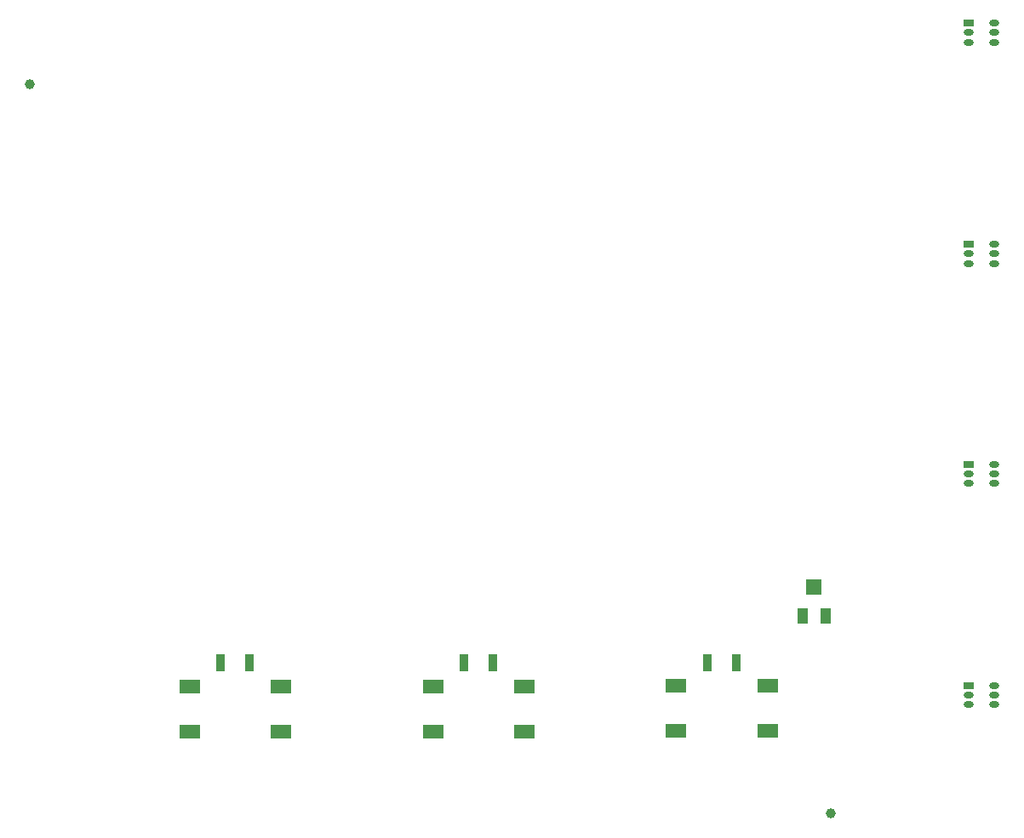
<source format=gtp>
G04*
G04 #@! TF.GenerationSoftware,Altium Limited,Altium Designer,21.4.1 (30)*
G04*
G04 Layer_Color=8421504*
%FSLAX24Y24*%
%MOIN*%
G70*
G04*
G04 #@! TF.SameCoordinates,136769D1-9CB9-4328-8E5A-620BB88F4A60*
G04*
G04*
G04 #@! TF.FilePolarity,Positive*
G04*
G01*
G75*
%ADD15R,0.0354X0.0669*%
%ADD16R,0.0827X0.0551*%
%ADD17R,0.0394X0.0276*%
%ADD18O,0.0394X0.0276*%
%ADD19R,0.0630X0.0630*%
%ADD20R,0.0433X0.0630*%
%ADD21C,0.0394*%
D15*
X8749Y5886D02*
D03*
X7607D02*
D03*
X17137D02*
D03*
X18279D02*
D03*
X27809D02*
D03*
X26667D02*
D03*
D16*
X25447Y4980D02*
D03*
Y3209D02*
D03*
X29030Y4980D02*
D03*
Y3209D02*
D03*
X19499Y3179D02*
D03*
Y4951D02*
D03*
X15917Y3179D02*
D03*
Y4951D02*
D03*
X6386Y4951D02*
D03*
Y3179D02*
D03*
X9969Y4951D02*
D03*
Y3179D02*
D03*
D17*
X36890Y22281D02*
D03*
Y30947D02*
D03*
Y13656D02*
D03*
Y4990D02*
D03*
D18*
Y21907D02*
D03*
Y21533D02*
D03*
X37913D02*
D03*
Y21907D02*
D03*
Y22281D02*
D03*
Y30947D02*
D03*
Y30573D02*
D03*
Y30199D02*
D03*
X36890D02*
D03*
Y30573D02*
D03*
X37913Y13656D02*
D03*
Y13282D02*
D03*
Y12907D02*
D03*
X36890D02*
D03*
Y13282D02*
D03*
Y4616D02*
D03*
Y4242D02*
D03*
X37913D02*
D03*
Y4616D02*
D03*
Y4990D02*
D03*
D19*
X30846Y8858D02*
D03*
D20*
X31299Y7717D02*
D03*
X30394D02*
D03*
D21*
X118Y28543D02*
D03*
X31496Y-0D02*
D03*
M02*

</source>
